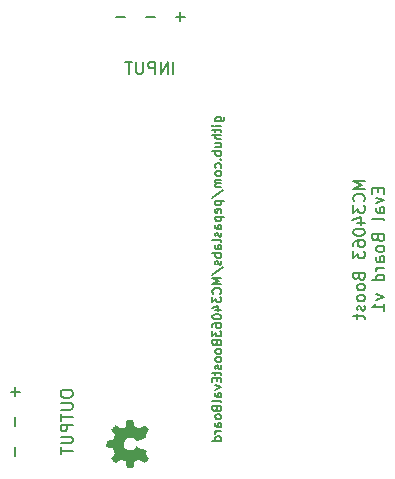
<source format=gbo>
G04 (created by PCBNEW (2013-07-07 BZR 4022)-stable) date 5/10/2015 12:01:35 PM*
%MOIN*%
G04 Gerber Fmt 3.4, Leading zero omitted, Abs format*
%FSLAX34Y34*%
G01*
G70*
G90*
G04 APERTURE LIST*
%ADD10C,0.00590551*%
%ADD11C,0.008*%
%ADD12C,0.006*%
%ADD13C,0.0001*%
G04 APERTURE END LIST*
G54D10*
G54D11*
X66261Y-73288D02*
X66261Y-73364D01*
X66280Y-73402D01*
X66319Y-73440D01*
X66395Y-73459D01*
X66528Y-73459D01*
X66604Y-73440D01*
X66642Y-73402D01*
X66661Y-73364D01*
X66661Y-73288D01*
X66642Y-73250D01*
X66604Y-73211D01*
X66528Y-73192D01*
X66395Y-73192D01*
X66319Y-73211D01*
X66280Y-73250D01*
X66261Y-73288D01*
X66261Y-73630D02*
X66585Y-73630D01*
X66623Y-73650D01*
X66642Y-73669D01*
X66661Y-73707D01*
X66661Y-73783D01*
X66642Y-73821D01*
X66623Y-73840D01*
X66585Y-73859D01*
X66261Y-73859D01*
X66261Y-73992D02*
X66261Y-74221D01*
X66661Y-74107D02*
X66261Y-74107D01*
X66661Y-74354D02*
X66261Y-74354D01*
X66261Y-74507D01*
X66280Y-74545D01*
X66300Y-74564D01*
X66338Y-74583D01*
X66395Y-74583D01*
X66433Y-74564D01*
X66452Y-74545D01*
X66471Y-74507D01*
X66471Y-74354D01*
X66261Y-74754D02*
X66585Y-74754D01*
X66623Y-74773D01*
X66642Y-74792D01*
X66661Y-74830D01*
X66661Y-74907D01*
X66642Y-74945D01*
X66623Y-74964D01*
X66585Y-74983D01*
X66261Y-74983D01*
X66261Y-75116D02*
X66261Y-75345D01*
X66661Y-75230D02*
X66261Y-75230D01*
X70021Y-62661D02*
X70021Y-62261D01*
X69830Y-62661D02*
X69830Y-62261D01*
X69602Y-62661D01*
X69602Y-62261D01*
X69411Y-62661D02*
X69411Y-62261D01*
X69259Y-62261D01*
X69221Y-62280D01*
X69202Y-62300D01*
X69183Y-62338D01*
X69183Y-62395D01*
X69202Y-62433D01*
X69221Y-62452D01*
X69259Y-62471D01*
X69411Y-62471D01*
X69011Y-62261D02*
X69011Y-62585D01*
X68992Y-62623D01*
X68973Y-62642D01*
X68935Y-62661D01*
X68859Y-62661D01*
X68821Y-62642D01*
X68802Y-62623D01*
X68783Y-62585D01*
X68783Y-62261D01*
X68649Y-62261D02*
X68421Y-62261D01*
X68535Y-62661D02*
X68535Y-62261D01*
X64759Y-75097D02*
X64759Y-75402D01*
X64902Y-73259D02*
X64597Y-73259D01*
X64750Y-73411D02*
X64750Y-73107D01*
X64759Y-74097D02*
X64759Y-74402D01*
X68402Y-60759D02*
X68097Y-60759D01*
X69402Y-60759D02*
X69097Y-60759D01*
X70402Y-60759D02*
X70097Y-60759D01*
X70250Y-60911D02*
X70250Y-60607D01*
X76411Y-66223D02*
X76011Y-66223D01*
X76297Y-66357D01*
X76011Y-66490D01*
X76411Y-66490D01*
X76373Y-66909D02*
X76392Y-66890D01*
X76411Y-66833D01*
X76411Y-66795D01*
X76392Y-66738D01*
X76354Y-66700D01*
X76316Y-66680D01*
X76240Y-66661D01*
X76183Y-66661D01*
X76107Y-66680D01*
X76069Y-66700D01*
X76030Y-66738D01*
X76011Y-66795D01*
X76011Y-66833D01*
X76030Y-66890D01*
X76050Y-66909D01*
X76011Y-67042D02*
X76011Y-67290D01*
X76164Y-67157D01*
X76164Y-67214D01*
X76183Y-67252D01*
X76202Y-67271D01*
X76240Y-67290D01*
X76335Y-67290D01*
X76373Y-67271D01*
X76392Y-67252D01*
X76411Y-67214D01*
X76411Y-67100D01*
X76392Y-67061D01*
X76373Y-67042D01*
X76145Y-67633D02*
X76411Y-67633D01*
X75992Y-67538D02*
X76278Y-67442D01*
X76278Y-67690D01*
X76011Y-67919D02*
X76011Y-67957D01*
X76030Y-67995D01*
X76050Y-68014D01*
X76088Y-68033D01*
X76164Y-68052D01*
X76259Y-68052D01*
X76335Y-68033D01*
X76373Y-68014D01*
X76392Y-67995D01*
X76411Y-67957D01*
X76411Y-67919D01*
X76392Y-67880D01*
X76373Y-67861D01*
X76335Y-67842D01*
X76259Y-67823D01*
X76164Y-67823D01*
X76088Y-67842D01*
X76050Y-67861D01*
X76030Y-67880D01*
X76011Y-67919D01*
X76011Y-68395D02*
X76011Y-68319D01*
X76030Y-68280D01*
X76050Y-68261D01*
X76107Y-68223D01*
X76183Y-68204D01*
X76335Y-68204D01*
X76373Y-68223D01*
X76392Y-68242D01*
X76411Y-68280D01*
X76411Y-68357D01*
X76392Y-68395D01*
X76373Y-68414D01*
X76335Y-68433D01*
X76240Y-68433D01*
X76202Y-68414D01*
X76183Y-68395D01*
X76164Y-68357D01*
X76164Y-68280D01*
X76183Y-68242D01*
X76202Y-68223D01*
X76240Y-68204D01*
X76011Y-68566D02*
X76011Y-68814D01*
X76164Y-68680D01*
X76164Y-68738D01*
X76183Y-68776D01*
X76202Y-68795D01*
X76240Y-68814D01*
X76335Y-68814D01*
X76373Y-68795D01*
X76392Y-68776D01*
X76411Y-68738D01*
X76411Y-68623D01*
X76392Y-68585D01*
X76373Y-68566D01*
X76202Y-69423D02*
X76221Y-69480D01*
X76240Y-69500D01*
X76278Y-69519D01*
X76335Y-69519D01*
X76373Y-69500D01*
X76392Y-69480D01*
X76411Y-69442D01*
X76411Y-69290D01*
X76011Y-69290D01*
X76011Y-69423D01*
X76030Y-69461D01*
X76050Y-69480D01*
X76088Y-69500D01*
X76126Y-69500D01*
X76164Y-69480D01*
X76183Y-69461D01*
X76202Y-69423D01*
X76202Y-69290D01*
X76411Y-69747D02*
X76392Y-69709D01*
X76373Y-69690D01*
X76335Y-69671D01*
X76221Y-69671D01*
X76183Y-69690D01*
X76164Y-69709D01*
X76145Y-69747D01*
X76145Y-69804D01*
X76164Y-69842D01*
X76183Y-69861D01*
X76221Y-69880D01*
X76335Y-69880D01*
X76373Y-69861D01*
X76392Y-69842D01*
X76411Y-69804D01*
X76411Y-69747D01*
X76411Y-70109D02*
X76392Y-70071D01*
X76373Y-70052D01*
X76335Y-70033D01*
X76221Y-70033D01*
X76183Y-70052D01*
X76164Y-70071D01*
X76145Y-70109D01*
X76145Y-70166D01*
X76164Y-70204D01*
X76183Y-70223D01*
X76221Y-70242D01*
X76335Y-70242D01*
X76373Y-70223D01*
X76392Y-70204D01*
X76411Y-70166D01*
X76411Y-70109D01*
X76392Y-70395D02*
X76411Y-70433D01*
X76411Y-70509D01*
X76392Y-70547D01*
X76354Y-70566D01*
X76335Y-70566D01*
X76297Y-70547D01*
X76278Y-70509D01*
X76278Y-70452D01*
X76259Y-70414D01*
X76221Y-70395D01*
X76202Y-70395D01*
X76164Y-70414D01*
X76145Y-70452D01*
X76145Y-70509D01*
X76164Y-70547D01*
X76145Y-70680D02*
X76145Y-70833D01*
X76011Y-70738D02*
X76354Y-70738D01*
X76392Y-70757D01*
X76411Y-70795D01*
X76411Y-70833D01*
X76842Y-66461D02*
X76842Y-66595D01*
X77051Y-66652D02*
X77051Y-66461D01*
X76651Y-66461D01*
X76651Y-66652D01*
X76785Y-66785D02*
X77051Y-66880D01*
X76785Y-66976D01*
X77051Y-67300D02*
X76842Y-67300D01*
X76804Y-67280D01*
X76785Y-67242D01*
X76785Y-67166D01*
X76804Y-67128D01*
X77032Y-67300D02*
X77051Y-67261D01*
X77051Y-67166D01*
X77032Y-67128D01*
X76994Y-67109D01*
X76956Y-67109D01*
X76918Y-67128D01*
X76899Y-67166D01*
X76899Y-67261D01*
X76880Y-67300D01*
X77051Y-67547D02*
X77032Y-67509D01*
X76994Y-67490D01*
X76651Y-67490D01*
X76842Y-68138D02*
X76861Y-68195D01*
X76880Y-68214D01*
X76918Y-68233D01*
X76975Y-68233D01*
X77013Y-68214D01*
X77032Y-68195D01*
X77051Y-68157D01*
X77051Y-68004D01*
X76651Y-68004D01*
X76651Y-68138D01*
X76670Y-68176D01*
X76690Y-68195D01*
X76728Y-68214D01*
X76766Y-68214D01*
X76804Y-68195D01*
X76823Y-68176D01*
X76842Y-68138D01*
X76842Y-68004D01*
X77051Y-68461D02*
X77032Y-68423D01*
X77013Y-68404D01*
X76975Y-68385D01*
X76861Y-68385D01*
X76823Y-68404D01*
X76804Y-68423D01*
X76785Y-68461D01*
X76785Y-68519D01*
X76804Y-68557D01*
X76823Y-68576D01*
X76861Y-68595D01*
X76975Y-68595D01*
X77013Y-68576D01*
X77032Y-68557D01*
X77051Y-68519D01*
X77051Y-68461D01*
X77051Y-68938D02*
X76842Y-68938D01*
X76804Y-68919D01*
X76785Y-68880D01*
X76785Y-68804D01*
X76804Y-68766D01*
X77032Y-68938D02*
X77051Y-68900D01*
X77051Y-68804D01*
X77032Y-68766D01*
X76994Y-68747D01*
X76956Y-68747D01*
X76918Y-68766D01*
X76899Y-68804D01*
X76899Y-68900D01*
X76880Y-68938D01*
X77051Y-69128D02*
X76785Y-69128D01*
X76861Y-69128D02*
X76823Y-69147D01*
X76804Y-69166D01*
X76785Y-69204D01*
X76785Y-69242D01*
X77051Y-69547D02*
X76651Y-69547D01*
X77032Y-69547D02*
X77051Y-69509D01*
X77051Y-69433D01*
X77032Y-69395D01*
X77013Y-69376D01*
X76975Y-69357D01*
X76861Y-69357D01*
X76823Y-69376D01*
X76804Y-69395D01*
X76785Y-69433D01*
X76785Y-69509D01*
X76804Y-69547D01*
X76785Y-70004D02*
X77051Y-70100D01*
X76785Y-70195D01*
X77051Y-70557D02*
X77051Y-70328D01*
X77051Y-70442D02*
X76651Y-70442D01*
X76709Y-70404D01*
X76747Y-70366D01*
X76766Y-70328D01*
G54D12*
X71421Y-64242D02*
X71664Y-64242D01*
X71692Y-64228D01*
X71707Y-64214D01*
X71721Y-64185D01*
X71721Y-64142D01*
X71707Y-64114D01*
X71607Y-64242D02*
X71621Y-64214D01*
X71621Y-64157D01*
X71607Y-64128D01*
X71592Y-64114D01*
X71564Y-64099D01*
X71478Y-64099D01*
X71450Y-64114D01*
X71435Y-64128D01*
X71421Y-64157D01*
X71421Y-64214D01*
X71435Y-64242D01*
X71621Y-64385D02*
X71421Y-64385D01*
X71321Y-64385D02*
X71335Y-64371D01*
X71350Y-64385D01*
X71335Y-64399D01*
X71321Y-64385D01*
X71350Y-64385D01*
X71421Y-64485D02*
X71421Y-64599D01*
X71321Y-64528D02*
X71578Y-64528D01*
X71607Y-64542D01*
X71621Y-64571D01*
X71621Y-64599D01*
X71621Y-64699D02*
X71321Y-64699D01*
X71621Y-64828D02*
X71464Y-64828D01*
X71435Y-64814D01*
X71421Y-64785D01*
X71421Y-64742D01*
X71435Y-64714D01*
X71450Y-64699D01*
X71421Y-65099D02*
X71621Y-65099D01*
X71421Y-64971D02*
X71578Y-64971D01*
X71607Y-64985D01*
X71621Y-65014D01*
X71621Y-65057D01*
X71607Y-65085D01*
X71592Y-65099D01*
X71621Y-65242D02*
X71321Y-65242D01*
X71435Y-65242D02*
X71421Y-65271D01*
X71421Y-65328D01*
X71435Y-65357D01*
X71450Y-65371D01*
X71478Y-65385D01*
X71564Y-65385D01*
X71592Y-65371D01*
X71607Y-65357D01*
X71621Y-65328D01*
X71621Y-65271D01*
X71607Y-65242D01*
X71592Y-65514D02*
X71607Y-65528D01*
X71621Y-65514D01*
X71607Y-65499D01*
X71592Y-65514D01*
X71621Y-65514D01*
X71607Y-65785D02*
X71621Y-65757D01*
X71621Y-65699D01*
X71607Y-65671D01*
X71592Y-65657D01*
X71564Y-65642D01*
X71478Y-65642D01*
X71450Y-65657D01*
X71435Y-65671D01*
X71421Y-65699D01*
X71421Y-65757D01*
X71435Y-65785D01*
X71621Y-65957D02*
X71607Y-65928D01*
X71592Y-65914D01*
X71564Y-65899D01*
X71478Y-65899D01*
X71450Y-65914D01*
X71435Y-65928D01*
X71421Y-65957D01*
X71421Y-65999D01*
X71435Y-66028D01*
X71450Y-66042D01*
X71478Y-66057D01*
X71564Y-66057D01*
X71592Y-66042D01*
X71607Y-66028D01*
X71621Y-65999D01*
X71621Y-65957D01*
X71621Y-66185D02*
X71421Y-66185D01*
X71450Y-66185D02*
X71435Y-66199D01*
X71421Y-66228D01*
X71421Y-66271D01*
X71435Y-66299D01*
X71464Y-66314D01*
X71621Y-66314D01*
X71464Y-66314D02*
X71435Y-66328D01*
X71421Y-66357D01*
X71421Y-66399D01*
X71435Y-66428D01*
X71464Y-66442D01*
X71621Y-66442D01*
X71307Y-66799D02*
X71692Y-66542D01*
X71421Y-66900D02*
X71721Y-66900D01*
X71435Y-66900D02*
X71421Y-66928D01*
X71421Y-66985D01*
X71435Y-67014D01*
X71450Y-67028D01*
X71478Y-67042D01*
X71564Y-67042D01*
X71592Y-67028D01*
X71607Y-67014D01*
X71621Y-66985D01*
X71621Y-66928D01*
X71607Y-66900D01*
X71607Y-67285D02*
X71621Y-67257D01*
X71621Y-67200D01*
X71607Y-67171D01*
X71578Y-67157D01*
X71464Y-67157D01*
X71435Y-67171D01*
X71421Y-67200D01*
X71421Y-67257D01*
X71435Y-67285D01*
X71464Y-67300D01*
X71492Y-67300D01*
X71521Y-67157D01*
X71421Y-67428D02*
X71721Y-67428D01*
X71435Y-67428D02*
X71421Y-67457D01*
X71421Y-67514D01*
X71435Y-67542D01*
X71450Y-67557D01*
X71478Y-67571D01*
X71564Y-67571D01*
X71592Y-67557D01*
X71607Y-67542D01*
X71621Y-67514D01*
X71621Y-67457D01*
X71607Y-67428D01*
X71621Y-67828D02*
X71464Y-67828D01*
X71435Y-67814D01*
X71421Y-67785D01*
X71421Y-67728D01*
X71435Y-67700D01*
X71607Y-67828D02*
X71621Y-67800D01*
X71621Y-67728D01*
X71607Y-67700D01*
X71578Y-67685D01*
X71550Y-67685D01*
X71521Y-67700D01*
X71507Y-67728D01*
X71507Y-67800D01*
X71492Y-67828D01*
X71607Y-67957D02*
X71621Y-67985D01*
X71621Y-68042D01*
X71607Y-68071D01*
X71578Y-68085D01*
X71564Y-68085D01*
X71535Y-68071D01*
X71521Y-68042D01*
X71521Y-68000D01*
X71507Y-67971D01*
X71478Y-67957D01*
X71464Y-67957D01*
X71435Y-67971D01*
X71421Y-68000D01*
X71421Y-68042D01*
X71435Y-68071D01*
X71621Y-68257D02*
X71607Y-68228D01*
X71578Y-68214D01*
X71321Y-68214D01*
X71621Y-68500D02*
X71464Y-68500D01*
X71435Y-68485D01*
X71421Y-68457D01*
X71421Y-68400D01*
X71435Y-68371D01*
X71607Y-68500D02*
X71621Y-68471D01*
X71621Y-68400D01*
X71607Y-68371D01*
X71578Y-68357D01*
X71550Y-68357D01*
X71521Y-68371D01*
X71507Y-68400D01*
X71507Y-68471D01*
X71492Y-68500D01*
X71621Y-68642D02*
X71321Y-68642D01*
X71435Y-68642D02*
X71421Y-68671D01*
X71421Y-68728D01*
X71435Y-68757D01*
X71450Y-68771D01*
X71478Y-68785D01*
X71564Y-68785D01*
X71592Y-68771D01*
X71607Y-68757D01*
X71621Y-68728D01*
X71621Y-68671D01*
X71607Y-68642D01*
X71607Y-68900D02*
X71621Y-68928D01*
X71621Y-68985D01*
X71607Y-69014D01*
X71578Y-69028D01*
X71564Y-69028D01*
X71535Y-69014D01*
X71521Y-68985D01*
X71521Y-68942D01*
X71507Y-68914D01*
X71478Y-68900D01*
X71464Y-68900D01*
X71435Y-68914D01*
X71421Y-68942D01*
X71421Y-68985D01*
X71435Y-69014D01*
X71307Y-69371D02*
X71692Y-69114D01*
X71621Y-69471D02*
X71321Y-69471D01*
X71535Y-69571D01*
X71321Y-69671D01*
X71621Y-69671D01*
X71592Y-69985D02*
X71607Y-69971D01*
X71621Y-69928D01*
X71621Y-69900D01*
X71607Y-69857D01*
X71578Y-69828D01*
X71550Y-69814D01*
X71492Y-69800D01*
X71450Y-69800D01*
X71392Y-69814D01*
X71364Y-69828D01*
X71335Y-69857D01*
X71321Y-69900D01*
X71321Y-69928D01*
X71335Y-69971D01*
X71350Y-69985D01*
X71321Y-70085D02*
X71321Y-70271D01*
X71435Y-70171D01*
X71435Y-70214D01*
X71450Y-70242D01*
X71464Y-70257D01*
X71492Y-70271D01*
X71564Y-70271D01*
X71592Y-70257D01*
X71607Y-70242D01*
X71621Y-70214D01*
X71621Y-70128D01*
X71607Y-70100D01*
X71592Y-70085D01*
X71421Y-70528D02*
X71621Y-70528D01*
X71307Y-70457D02*
X71521Y-70385D01*
X71521Y-70571D01*
X71321Y-70742D02*
X71321Y-70771D01*
X71335Y-70800D01*
X71350Y-70814D01*
X71378Y-70828D01*
X71435Y-70842D01*
X71507Y-70842D01*
X71564Y-70828D01*
X71592Y-70814D01*
X71607Y-70800D01*
X71621Y-70771D01*
X71621Y-70742D01*
X71607Y-70714D01*
X71592Y-70700D01*
X71564Y-70685D01*
X71507Y-70671D01*
X71435Y-70671D01*
X71378Y-70685D01*
X71350Y-70700D01*
X71335Y-70714D01*
X71321Y-70742D01*
X71321Y-71100D02*
X71321Y-71042D01*
X71335Y-71014D01*
X71350Y-71000D01*
X71392Y-70971D01*
X71450Y-70957D01*
X71564Y-70957D01*
X71592Y-70971D01*
X71607Y-70985D01*
X71621Y-71014D01*
X71621Y-71071D01*
X71607Y-71100D01*
X71592Y-71114D01*
X71564Y-71128D01*
X71492Y-71128D01*
X71464Y-71114D01*
X71450Y-71100D01*
X71435Y-71071D01*
X71435Y-71014D01*
X71450Y-70985D01*
X71464Y-70971D01*
X71492Y-70957D01*
X71321Y-71228D02*
X71321Y-71414D01*
X71435Y-71314D01*
X71435Y-71357D01*
X71450Y-71385D01*
X71464Y-71400D01*
X71492Y-71414D01*
X71564Y-71414D01*
X71592Y-71400D01*
X71607Y-71385D01*
X71621Y-71357D01*
X71621Y-71271D01*
X71607Y-71242D01*
X71592Y-71228D01*
X71464Y-71642D02*
X71478Y-71685D01*
X71492Y-71700D01*
X71521Y-71714D01*
X71564Y-71714D01*
X71592Y-71700D01*
X71607Y-71685D01*
X71621Y-71657D01*
X71621Y-71542D01*
X71321Y-71542D01*
X71321Y-71642D01*
X71335Y-71671D01*
X71350Y-71685D01*
X71378Y-71700D01*
X71407Y-71700D01*
X71435Y-71685D01*
X71450Y-71671D01*
X71464Y-71642D01*
X71464Y-71542D01*
X71621Y-71885D02*
X71607Y-71857D01*
X71592Y-71842D01*
X71564Y-71828D01*
X71478Y-71828D01*
X71450Y-71842D01*
X71435Y-71857D01*
X71421Y-71885D01*
X71421Y-71928D01*
X71435Y-71957D01*
X71450Y-71971D01*
X71478Y-71985D01*
X71564Y-71985D01*
X71592Y-71971D01*
X71607Y-71957D01*
X71621Y-71928D01*
X71621Y-71885D01*
X71621Y-72157D02*
X71607Y-72128D01*
X71592Y-72114D01*
X71564Y-72100D01*
X71478Y-72100D01*
X71450Y-72114D01*
X71435Y-72128D01*
X71421Y-72157D01*
X71421Y-72200D01*
X71435Y-72228D01*
X71450Y-72242D01*
X71478Y-72257D01*
X71564Y-72257D01*
X71592Y-72242D01*
X71607Y-72228D01*
X71621Y-72200D01*
X71621Y-72157D01*
X71607Y-72371D02*
X71621Y-72400D01*
X71621Y-72457D01*
X71607Y-72485D01*
X71578Y-72500D01*
X71564Y-72500D01*
X71535Y-72485D01*
X71521Y-72457D01*
X71521Y-72414D01*
X71507Y-72385D01*
X71478Y-72371D01*
X71464Y-72371D01*
X71435Y-72385D01*
X71421Y-72414D01*
X71421Y-72457D01*
X71435Y-72485D01*
X71421Y-72585D02*
X71421Y-72700D01*
X71321Y-72628D02*
X71578Y-72628D01*
X71607Y-72642D01*
X71621Y-72671D01*
X71621Y-72700D01*
X71464Y-72800D02*
X71464Y-72900D01*
X71621Y-72942D02*
X71621Y-72800D01*
X71321Y-72800D01*
X71321Y-72942D01*
X71421Y-73042D02*
X71621Y-73114D01*
X71421Y-73185D01*
X71621Y-73428D02*
X71464Y-73428D01*
X71435Y-73414D01*
X71421Y-73385D01*
X71421Y-73328D01*
X71435Y-73300D01*
X71607Y-73428D02*
X71621Y-73400D01*
X71621Y-73328D01*
X71607Y-73300D01*
X71578Y-73285D01*
X71550Y-73285D01*
X71521Y-73300D01*
X71507Y-73328D01*
X71507Y-73400D01*
X71492Y-73428D01*
X71621Y-73614D02*
X71607Y-73585D01*
X71578Y-73571D01*
X71321Y-73571D01*
X71464Y-73828D02*
X71478Y-73871D01*
X71492Y-73885D01*
X71521Y-73900D01*
X71564Y-73900D01*
X71592Y-73885D01*
X71607Y-73871D01*
X71621Y-73842D01*
X71621Y-73728D01*
X71321Y-73728D01*
X71321Y-73828D01*
X71335Y-73857D01*
X71350Y-73871D01*
X71378Y-73885D01*
X71407Y-73885D01*
X71435Y-73871D01*
X71450Y-73857D01*
X71464Y-73828D01*
X71464Y-73728D01*
X71621Y-74071D02*
X71607Y-74042D01*
X71592Y-74028D01*
X71564Y-74014D01*
X71478Y-74014D01*
X71450Y-74028D01*
X71435Y-74042D01*
X71421Y-74071D01*
X71421Y-74114D01*
X71435Y-74142D01*
X71450Y-74157D01*
X71478Y-74171D01*
X71564Y-74171D01*
X71592Y-74157D01*
X71607Y-74142D01*
X71621Y-74114D01*
X71621Y-74071D01*
X71621Y-74428D02*
X71464Y-74428D01*
X71435Y-74414D01*
X71421Y-74385D01*
X71421Y-74328D01*
X71435Y-74300D01*
X71607Y-74428D02*
X71621Y-74400D01*
X71621Y-74328D01*
X71607Y-74300D01*
X71578Y-74285D01*
X71550Y-74285D01*
X71521Y-74300D01*
X71507Y-74328D01*
X71507Y-74400D01*
X71492Y-74428D01*
X71621Y-74571D02*
X71421Y-74571D01*
X71478Y-74571D02*
X71450Y-74585D01*
X71435Y-74600D01*
X71421Y-74628D01*
X71421Y-74657D01*
X71621Y-74885D02*
X71321Y-74885D01*
X71607Y-74885D02*
X71621Y-74857D01*
X71621Y-74800D01*
X71607Y-74771D01*
X71592Y-74757D01*
X71564Y-74742D01*
X71478Y-74742D01*
X71450Y-74757D01*
X71435Y-74771D01*
X71421Y-74800D01*
X71421Y-74857D01*
X71435Y-74885D01*
G54D13*
G36*
X69207Y-74523D02*
X69203Y-74531D01*
X69191Y-74550D01*
X69174Y-74576D01*
X69153Y-74607D01*
X69132Y-74638D01*
X69115Y-74664D01*
X69103Y-74682D01*
X69099Y-74689D01*
X69100Y-74693D01*
X69108Y-74708D01*
X69119Y-74730D01*
X69125Y-74742D01*
X69134Y-74762D01*
X69136Y-74772D01*
X69133Y-74773D01*
X69118Y-74781D01*
X69092Y-74792D01*
X69058Y-74807D01*
X69018Y-74824D01*
X68975Y-74842D01*
X68931Y-74860D01*
X68889Y-74878D01*
X68851Y-74893D01*
X68821Y-74906D01*
X68799Y-74914D01*
X68790Y-74917D01*
X68788Y-74916D01*
X68779Y-74906D01*
X68766Y-74889D01*
X68735Y-74851D01*
X68689Y-74815D01*
X68637Y-74792D01*
X68579Y-74785D01*
X68526Y-74791D01*
X68475Y-74812D01*
X68428Y-74848D01*
X68394Y-74892D01*
X68372Y-74943D01*
X68365Y-75000D01*
X68371Y-75055D01*
X68392Y-75107D01*
X68427Y-75154D01*
X68450Y-75173D01*
X68497Y-75200D01*
X68547Y-75216D01*
X68559Y-75217D01*
X68615Y-75215D01*
X68668Y-75199D01*
X68715Y-75170D01*
X68754Y-75129D01*
X68758Y-75124D01*
X68772Y-75105D01*
X68781Y-75093D01*
X68789Y-75083D01*
X68959Y-75153D01*
X68986Y-75164D01*
X69032Y-75184D01*
X69072Y-75201D01*
X69104Y-75214D01*
X69125Y-75224D01*
X69134Y-75228D01*
X69134Y-75228D01*
X69135Y-75234D01*
X69130Y-75247D01*
X69119Y-75271D01*
X69111Y-75287D01*
X69102Y-75305D01*
X69099Y-75313D01*
X69103Y-75320D01*
X69114Y-75337D01*
X69131Y-75362D01*
X69151Y-75392D01*
X69171Y-75421D01*
X69189Y-75448D01*
X69201Y-75467D01*
X69206Y-75477D01*
X69206Y-75478D01*
X69201Y-75486D01*
X69189Y-75502D01*
X69167Y-75525D01*
X69135Y-75557D01*
X69130Y-75562D01*
X69102Y-75589D01*
X69079Y-75611D01*
X69063Y-75626D01*
X69056Y-75631D01*
X69056Y-75631D01*
X69046Y-75626D01*
X69027Y-75614D01*
X69000Y-75596D01*
X68969Y-75575D01*
X68887Y-75519D01*
X68810Y-75550D01*
X68787Y-75559D01*
X68758Y-75571D01*
X68738Y-75580D01*
X68729Y-75585D01*
X68726Y-75593D01*
X68721Y-75614D01*
X68714Y-75645D01*
X68708Y-75681D01*
X68701Y-75716D01*
X68695Y-75747D01*
X68691Y-75770D01*
X68689Y-75780D01*
X68687Y-75782D01*
X68682Y-75784D01*
X68672Y-75786D01*
X68653Y-75786D01*
X68623Y-75787D01*
X68579Y-75787D01*
X68575Y-75787D01*
X68533Y-75786D01*
X68500Y-75786D01*
X68479Y-75785D01*
X68471Y-75783D01*
X68471Y-75783D01*
X68468Y-75773D01*
X68464Y-75751D01*
X68457Y-75720D01*
X68450Y-75682D01*
X68450Y-75680D01*
X68443Y-75643D01*
X68436Y-75612D01*
X68431Y-75590D01*
X68428Y-75581D01*
X68426Y-75579D01*
X68411Y-75571D01*
X68388Y-75560D01*
X68360Y-75548D01*
X68331Y-75536D01*
X68304Y-75525D01*
X68285Y-75518D01*
X68276Y-75516D01*
X68276Y-75516D01*
X68267Y-75522D01*
X68247Y-75535D01*
X68221Y-75553D01*
X68189Y-75575D01*
X68186Y-75576D01*
X68155Y-75598D01*
X68128Y-75615D01*
X68109Y-75627D01*
X68101Y-75631D01*
X68100Y-75631D01*
X68091Y-75624D01*
X68073Y-75608D01*
X68049Y-75585D01*
X68021Y-75557D01*
X68013Y-75548D01*
X67983Y-75518D01*
X67963Y-75497D01*
X67953Y-75483D01*
X67950Y-75477D01*
X67951Y-75477D01*
X67956Y-75467D01*
X67969Y-75447D01*
X67988Y-75420D01*
X68009Y-75388D01*
X68011Y-75386D01*
X68032Y-75355D01*
X68050Y-75329D01*
X68062Y-75310D01*
X68067Y-75302D01*
X68067Y-75300D01*
X68063Y-75288D01*
X68056Y-75265D01*
X68045Y-75238D01*
X68033Y-75209D01*
X68022Y-75182D01*
X68013Y-75162D01*
X68008Y-75153D01*
X68007Y-75153D01*
X67996Y-75149D01*
X67972Y-75144D01*
X67940Y-75137D01*
X67901Y-75130D01*
X67895Y-75129D01*
X67858Y-75122D01*
X67827Y-75116D01*
X67805Y-75111D01*
X67796Y-75109D01*
X67795Y-75104D01*
X67794Y-75085D01*
X67793Y-75057D01*
X67793Y-75023D01*
X67793Y-74988D01*
X67794Y-74954D01*
X67795Y-74924D01*
X67796Y-74903D01*
X67798Y-74894D01*
X67799Y-74893D01*
X67810Y-74890D01*
X67834Y-74885D01*
X67866Y-74878D01*
X67905Y-74871D01*
X67912Y-74870D01*
X67949Y-74863D01*
X67980Y-74856D01*
X68001Y-74852D01*
X68009Y-74849D01*
X68011Y-74846D01*
X68018Y-74831D01*
X68028Y-74806D01*
X68041Y-74774D01*
X68070Y-74702D01*
X68009Y-74614D01*
X68004Y-74606D01*
X67982Y-74574D01*
X67965Y-74548D01*
X67953Y-74530D01*
X67949Y-74522D01*
X67949Y-74522D01*
X67957Y-74513D01*
X67973Y-74495D01*
X67997Y-74471D01*
X68024Y-74444D01*
X68045Y-74423D01*
X68070Y-74399D01*
X68086Y-74383D01*
X68097Y-74375D01*
X68104Y-74372D01*
X68108Y-74373D01*
X68117Y-74378D01*
X68136Y-74391D01*
X68163Y-74409D01*
X68194Y-74431D01*
X68221Y-74449D01*
X68250Y-74468D01*
X68271Y-74480D01*
X68282Y-74485D01*
X68286Y-74484D01*
X68303Y-74477D01*
X68330Y-74467D01*
X68361Y-74454D01*
X68431Y-74423D01*
X68439Y-74377D01*
X68445Y-74349D01*
X68452Y-74310D01*
X68459Y-74273D01*
X68471Y-74215D01*
X68683Y-74213D01*
X68687Y-74222D01*
X68690Y-74231D01*
X68694Y-74252D01*
X68700Y-74283D01*
X68707Y-74319D01*
X68713Y-74350D01*
X68719Y-74381D01*
X68723Y-74403D01*
X68725Y-74413D01*
X68729Y-74416D01*
X68744Y-74424D01*
X68768Y-74435D01*
X68797Y-74447D01*
X68826Y-74459D01*
X68854Y-74470D01*
X68875Y-74478D01*
X68886Y-74481D01*
X68894Y-74477D01*
X68912Y-74465D01*
X68938Y-74448D01*
X68969Y-74427D01*
X69000Y-74405D01*
X69027Y-74388D01*
X69046Y-74375D01*
X69054Y-74370D01*
X69060Y-74373D01*
X69075Y-74385D01*
X69099Y-74408D01*
X69134Y-74443D01*
X69139Y-74449D01*
X69166Y-74476D01*
X69187Y-74500D01*
X69202Y-74516D01*
X69207Y-74523D01*
X69207Y-74523D01*
G37*
M02*

</source>
